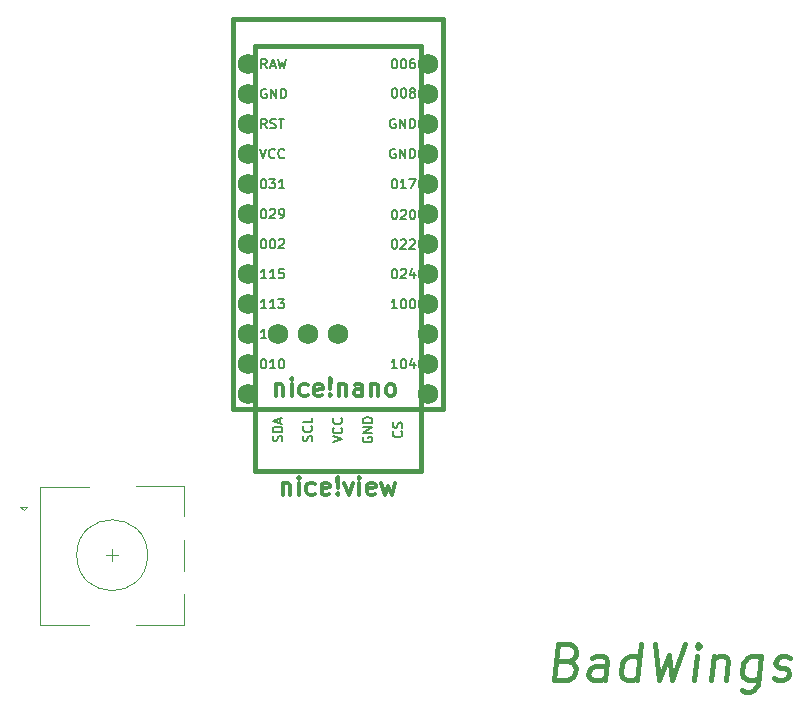
<source format=gbr>
%TF.GenerationSoftware,KiCad,Pcbnew,9.0.5*%
%TF.CreationDate,2025-11-08T17:14:02+10:00*%
%TF.ProjectId,badWingsRight,62616457-696e-4677-9352-696768742e6b,v1.0.0*%
%TF.SameCoordinates,Original*%
%TF.FileFunction,Legend,Top*%
%TF.FilePolarity,Positive*%
%FSLAX46Y46*%
G04 Gerber Fmt 4.6, Leading zero omitted, Abs format (unit mm)*
G04 Created by KiCad (PCBNEW 9.0.5) date 2025-11-08 17:14:02*
%MOMM*%
%LPD*%
G01*
G04 APERTURE LIST*
%ADD10C,0.400000*%
%ADD11C,0.150000*%
%ADD12C,0.300000*%
%ADD13C,0.120000*%
%ADD14C,0.381000*%
%ADD15C,1.752600*%
G04 APERTURE END LIST*
D10*
X257594504Y-175843325D02*
X258005218Y-175986182D01*
X258005218Y-175986182D02*
X258130218Y-176129039D01*
X258130218Y-176129039D02*
X258237361Y-176414754D01*
X258237361Y-176414754D02*
X258183789Y-176843325D01*
X258183789Y-176843325D02*
X258005218Y-177129039D01*
X258005218Y-177129039D02*
X257844504Y-177271897D01*
X257844504Y-177271897D02*
X257540932Y-177414754D01*
X257540932Y-177414754D02*
X256398075Y-177414754D01*
X256398075Y-177414754D02*
X256773075Y-174414754D01*
X256773075Y-174414754D02*
X257773075Y-174414754D01*
X257773075Y-174414754D02*
X258040932Y-174557611D01*
X258040932Y-174557611D02*
X258165932Y-174700468D01*
X258165932Y-174700468D02*
X258273075Y-174986182D01*
X258273075Y-174986182D02*
X258237361Y-175271897D01*
X258237361Y-175271897D02*
X258058789Y-175557611D01*
X258058789Y-175557611D02*
X257898075Y-175700468D01*
X257898075Y-175700468D02*
X257594504Y-175843325D01*
X257594504Y-175843325D02*
X256594504Y-175843325D01*
X260683789Y-177414754D02*
X260880218Y-175843325D01*
X260880218Y-175843325D02*
X260773075Y-175557611D01*
X260773075Y-175557611D02*
X260505218Y-175414754D01*
X260505218Y-175414754D02*
X259933789Y-175414754D01*
X259933789Y-175414754D02*
X259630218Y-175557611D01*
X260701647Y-177271897D02*
X260398075Y-177414754D01*
X260398075Y-177414754D02*
X259683789Y-177414754D01*
X259683789Y-177414754D02*
X259415932Y-177271897D01*
X259415932Y-177271897D02*
X259308789Y-176986182D01*
X259308789Y-176986182D02*
X259344504Y-176700468D01*
X259344504Y-176700468D02*
X259523075Y-176414754D01*
X259523075Y-176414754D02*
X259826647Y-176271897D01*
X259826647Y-176271897D02*
X260540932Y-176271897D01*
X260540932Y-176271897D02*
X260844504Y-176129039D01*
X263398075Y-177414754D02*
X263773075Y-174414754D01*
X263415933Y-177271897D02*
X263112361Y-177414754D01*
X263112361Y-177414754D02*
X262540933Y-177414754D01*
X262540933Y-177414754D02*
X262273075Y-177271897D01*
X262273075Y-177271897D02*
X262148075Y-177129039D01*
X262148075Y-177129039D02*
X262040933Y-176843325D01*
X262040933Y-176843325D02*
X262148075Y-175986182D01*
X262148075Y-175986182D02*
X262326647Y-175700468D01*
X262326647Y-175700468D02*
X262487361Y-175557611D01*
X262487361Y-175557611D02*
X262790933Y-175414754D01*
X262790933Y-175414754D02*
X263362361Y-175414754D01*
X263362361Y-175414754D02*
X263630218Y-175557611D01*
X264915933Y-174414754D02*
X265255219Y-177414754D01*
X265255219Y-177414754D02*
X266094504Y-175271897D01*
X266094504Y-175271897D02*
X266398076Y-177414754D01*
X266398076Y-177414754D02*
X267487361Y-174414754D01*
X268255218Y-177414754D02*
X268505218Y-175414754D01*
X268630218Y-174414754D02*
X268469504Y-174557611D01*
X268469504Y-174557611D02*
X268594504Y-174700468D01*
X268594504Y-174700468D02*
X268755218Y-174557611D01*
X268755218Y-174557611D02*
X268630218Y-174414754D01*
X268630218Y-174414754D02*
X268594504Y-174700468D01*
X269933789Y-175414754D02*
X269683789Y-177414754D01*
X269898075Y-175700468D02*
X270058789Y-175557611D01*
X270058789Y-175557611D02*
X270362361Y-175414754D01*
X270362361Y-175414754D02*
X270790932Y-175414754D01*
X270790932Y-175414754D02*
X271058789Y-175557611D01*
X271058789Y-175557611D02*
X271165932Y-175843325D01*
X271165932Y-175843325D02*
X270969503Y-177414754D01*
X273933789Y-175414754D02*
X273630218Y-177843325D01*
X273630218Y-177843325D02*
X273451647Y-178129039D01*
X273451647Y-178129039D02*
X273290932Y-178271897D01*
X273290932Y-178271897D02*
X272987361Y-178414754D01*
X272987361Y-178414754D02*
X272558789Y-178414754D01*
X272558789Y-178414754D02*
X272290932Y-178271897D01*
X273701647Y-177271897D02*
X273398075Y-177414754D01*
X273398075Y-177414754D02*
X272826647Y-177414754D01*
X272826647Y-177414754D02*
X272558789Y-177271897D01*
X272558789Y-177271897D02*
X272433789Y-177129039D01*
X272433789Y-177129039D02*
X272326647Y-176843325D01*
X272326647Y-176843325D02*
X272433789Y-175986182D01*
X272433789Y-175986182D02*
X272612361Y-175700468D01*
X272612361Y-175700468D02*
X272773075Y-175557611D01*
X272773075Y-175557611D02*
X273076647Y-175414754D01*
X273076647Y-175414754D02*
X273648075Y-175414754D01*
X273648075Y-175414754D02*
X273915932Y-175557611D01*
X274987361Y-177271897D02*
X275255218Y-177414754D01*
X275255218Y-177414754D02*
X275826647Y-177414754D01*
X275826647Y-177414754D02*
X276130218Y-177271897D01*
X276130218Y-177271897D02*
X276308790Y-176986182D01*
X276308790Y-176986182D02*
X276326647Y-176843325D01*
X276326647Y-176843325D02*
X276219504Y-176557611D01*
X276219504Y-176557611D02*
X275951647Y-176414754D01*
X275951647Y-176414754D02*
X275523075Y-176414754D01*
X275523075Y-176414754D02*
X275255218Y-176271897D01*
X275255218Y-176271897D02*
X275148075Y-175986182D01*
X275148075Y-175986182D02*
X275165933Y-175843325D01*
X275165933Y-175843325D02*
X275344504Y-175557611D01*
X275344504Y-175557611D02*
X275648075Y-175414754D01*
X275648075Y-175414754D02*
X276076647Y-175414754D01*
X276076647Y-175414754D02*
X276344504Y-175557611D01*
D11*
X233351872Y-157219143D02*
X233389967Y-157104857D01*
X233389967Y-157104857D02*
X233389967Y-156914381D01*
X233389967Y-156914381D02*
X233351872Y-156838190D01*
X233351872Y-156838190D02*
X233313776Y-156800095D01*
X233313776Y-156800095D02*
X233237586Y-156762000D01*
X233237586Y-156762000D02*
X233161395Y-156762000D01*
X233161395Y-156762000D02*
X233085205Y-156800095D01*
X233085205Y-156800095D02*
X233047110Y-156838190D01*
X233047110Y-156838190D02*
X233009014Y-156914381D01*
X233009014Y-156914381D02*
X232970919Y-157066762D01*
X232970919Y-157066762D02*
X232932824Y-157142952D01*
X232932824Y-157142952D02*
X232894729Y-157181047D01*
X232894729Y-157181047D02*
X232818538Y-157219143D01*
X232818538Y-157219143D02*
X232742348Y-157219143D01*
X232742348Y-157219143D02*
X232666157Y-157181047D01*
X232666157Y-157181047D02*
X232628062Y-157142952D01*
X232628062Y-157142952D02*
X232589967Y-157066762D01*
X232589967Y-157066762D02*
X232589967Y-156876285D01*
X232589967Y-156876285D02*
X232628062Y-156762000D01*
X233389967Y-156419142D02*
X232589967Y-156419142D01*
X232589967Y-156419142D02*
X232589967Y-156228666D01*
X232589967Y-156228666D02*
X232628062Y-156114380D01*
X232628062Y-156114380D02*
X232704252Y-156038190D01*
X232704252Y-156038190D02*
X232780443Y-156000095D01*
X232780443Y-156000095D02*
X232932824Y-155961999D01*
X232932824Y-155961999D02*
X233047110Y-155961999D01*
X233047110Y-155961999D02*
X233199491Y-156000095D01*
X233199491Y-156000095D02*
X233275681Y-156038190D01*
X233275681Y-156038190D02*
X233351872Y-156114380D01*
X233351872Y-156114380D02*
X233389967Y-156228666D01*
X233389967Y-156228666D02*
X233389967Y-156419142D01*
X233161395Y-155657238D02*
X233161395Y-155276285D01*
X233389967Y-155733428D02*
X232589967Y-155466761D01*
X232589967Y-155466761D02*
X233389967Y-155200095D01*
D12*
X233429103Y-160726043D02*
X233429103Y-161726043D01*
X233429103Y-160868900D02*
X233500532Y-160797472D01*
X233500532Y-160797472D02*
X233643389Y-160726043D01*
X233643389Y-160726043D02*
X233857675Y-160726043D01*
X233857675Y-160726043D02*
X234000532Y-160797472D01*
X234000532Y-160797472D02*
X234071961Y-160940329D01*
X234071961Y-160940329D02*
X234071961Y-161726043D01*
X234786246Y-161726043D02*
X234786246Y-160726043D01*
X234786246Y-160226043D02*
X234714818Y-160297472D01*
X234714818Y-160297472D02*
X234786246Y-160368900D01*
X234786246Y-160368900D02*
X234857675Y-160297472D01*
X234857675Y-160297472D02*
X234786246Y-160226043D01*
X234786246Y-160226043D02*
X234786246Y-160368900D01*
X236143390Y-161654615D02*
X236000532Y-161726043D01*
X236000532Y-161726043D02*
X235714818Y-161726043D01*
X235714818Y-161726043D02*
X235571961Y-161654615D01*
X235571961Y-161654615D02*
X235500532Y-161583186D01*
X235500532Y-161583186D02*
X235429104Y-161440329D01*
X235429104Y-161440329D02*
X235429104Y-161011757D01*
X235429104Y-161011757D02*
X235500532Y-160868900D01*
X235500532Y-160868900D02*
X235571961Y-160797472D01*
X235571961Y-160797472D02*
X235714818Y-160726043D01*
X235714818Y-160726043D02*
X236000532Y-160726043D01*
X236000532Y-160726043D02*
X236143390Y-160797472D01*
X237357675Y-161654615D02*
X237214818Y-161726043D01*
X237214818Y-161726043D02*
X236929104Y-161726043D01*
X236929104Y-161726043D02*
X236786246Y-161654615D01*
X236786246Y-161654615D02*
X236714818Y-161511757D01*
X236714818Y-161511757D02*
X236714818Y-160940329D01*
X236714818Y-160940329D02*
X236786246Y-160797472D01*
X236786246Y-160797472D02*
X236929104Y-160726043D01*
X236929104Y-160726043D02*
X237214818Y-160726043D01*
X237214818Y-160726043D02*
X237357675Y-160797472D01*
X237357675Y-160797472D02*
X237429104Y-160940329D01*
X237429104Y-160940329D02*
X237429104Y-161083186D01*
X237429104Y-161083186D02*
X236714818Y-161226043D01*
X238071960Y-161583186D02*
X238143389Y-161654615D01*
X238143389Y-161654615D02*
X238071960Y-161726043D01*
X238071960Y-161726043D02*
X238000532Y-161654615D01*
X238000532Y-161654615D02*
X238071960Y-161583186D01*
X238071960Y-161583186D02*
X238071960Y-161726043D01*
X238071960Y-161154615D02*
X238000532Y-160297472D01*
X238000532Y-160297472D02*
X238071960Y-160226043D01*
X238071960Y-160226043D02*
X238143389Y-160297472D01*
X238143389Y-160297472D02*
X238071960Y-161154615D01*
X238071960Y-161154615D02*
X238071960Y-160226043D01*
X238643389Y-160726043D02*
X239000532Y-161726043D01*
X239000532Y-161726043D02*
X239357675Y-160726043D01*
X239929103Y-161726043D02*
X239929103Y-160726043D01*
X239929103Y-160226043D02*
X239857675Y-160297472D01*
X239857675Y-160297472D02*
X239929103Y-160368900D01*
X239929103Y-160368900D02*
X240000532Y-160297472D01*
X240000532Y-160297472D02*
X239929103Y-160226043D01*
X239929103Y-160226043D02*
X239929103Y-160368900D01*
X241214818Y-161654615D02*
X241071961Y-161726043D01*
X241071961Y-161726043D02*
X240786247Y-161726043D01*
X240786247Y-161726043D02*
X240643389Y-161654615D01*
X240643389Y-161654615D02*
X240571961Y-161511757D01*
X240571961Y-161511757D02*
X240571961Y-160940329D01*
X240571961Y-160940329D02*
X240643389Y-160797472D01*
X240643389Y-160797472D02*
X240786247Y-160726043D01*
X240786247Y-160726043D02*
X241071961Y-160726043D01*
X241071961Y-160726043D02*
X241214818Y-160797472D01*
X241214818Y-160797472D02*
X241286247Y-160940329D01*
X241286247Y-160940329D02*
X241286247Y-161083186D01*
X241286247Y-161083186D02*
X240571961Y-161226043D01*
X241786246Y-160726043D02*
X242071961Y-161726043D01*
X242071961Y-161726043D02*
X242357675Y-161011757D01*
X242357675Y-161011757D02*
X242643389Y-161726043D01*
X242643389Y-161726043D02*
X242929103Y-160726043D01*
D11*
X243473779Y-156381047D02*
X243511875Y-156419143D01*
X243511875Y-156419143D02*
X243549970Y-156533428D01*
X243549970Y-156533428D02*
X243549970Y-156609619D01*
X243549970Y-156609619D02*
X243511875Y-156723905D01*
X243511875Y-156723905D02*
X243435684Y-156800095D01*
X243435684Y-156800095D02*
X243359494Y-156838190D01*
X243359494Y-156838190D02*
X243207113Y-156876286D01*
X243207113Y-156876286D02*
X243092827Y-156876286D01*
X243092827Y-156876286D02*
X242940446Y-156838190D01*
X242940446Y-156838190D02*
X242864255Y-156800095D01*
X242864255Y-156800095D02*
X242788065Y-156723905D01*
X242788065Y-156723905D02*
X242749970Y-156609619D01*
X242749970Y-156609619D02*
X242749970Y-156533428D01*
X242749970Y-156533428D02*
X242788065Y-156419143D01*
X242788065Y-156419143D02*
X242826160Y-156381047D01*
X243511875Y-156076286D02*
X243549970Y-155962000D01*
X243549970Y-155962000D02*
X243549970Y-155771524D01*
X243549970Y-155771524D02*
X243511875Y-155695333D01*
X243511875Y-155695333D02*
X243473779Y-155657238D01*
X243473779Y-155657238D02*
X243397589Y-155619143D01*
X243397589Y-155619143D02*
X243321398Y-155619143D01*
X243321398Y-155619143D02*
X243245208Y-155657238D01*
X243245208Y-155657238D02*
X243207113Y-155695333D01*
X243207113Y-155695333D02*
X243169017Y-155771524D01*
X243169017Y-155771524D02*
X243130922Y-155923905D01*
X243130922Y-155923905D02*
X243092827Y-156000095D01*
X243092827Y-156000095D02*
X243054732Y-156038190D01*
X243054732Y-156038190D02*
X242978541Y-156076286D01*
X242978541Y-156076286D02*
X242902351Y-156076286D01*
X242902351Y-156076286D02*
X242826160Y-156038190D01*
X242826160Y-156038190D02*
X242788065Y-156000095D01*
X242788065Y-156000095D02*
X242749970Y-155923905D01*
X242749970Y-155923905D02*
X242749970Y-155733428D01*
X242749970Y-155733428D02*
X242788065Y-155619143D01*
X235891875Y-157200096D02*
X235929970Y-157085810D01*
X235929970Y-157085810D02*
X235929970Y-156895334D01*
X235929970Y-156895334D02*
X235891875Y-156819143D01*
X235891875Y-156819143D02*
X235853779Y-156781048D01*
X235853779Y-156781048D02*
X235777589Y-156742953D01*
X235777589Y-156742953D02*
X235701398Y-156742953D01*
X235701398Y-156742953D02*
X235625208Y-156781048D01*
X235625208Y-156781048D02*
X235587113Y-156819143D01*
X235587113Y-156819143D02*
X235549017Y-156895334D01*
X235549017Y-156895334D02*
X235510922Y-157047715D01*
X235510922Y-157047715D02*
X235472827Y-157123905D01*
X235472827Y-157123905D02*
X235434732Y-157162000D01*
X235434732Y-157162000D02*
X235358541Y-157200096D01*
X235358541Y-157200096D02*
X235282351Y-157200096D01*
X235282351Y-157200096D02*
X235206160Y-157162000D01*
X235206160Y-157162000D02*
X235168065Y-157123905D01*
X235168065Y-157123905D02*
X235129970Y-157047715D01*
X235129970Y-157047715D02*
X235129970Y-156857238D01*
X235129970Y-156857238D02*
X235168065Y-156742953D01*
X235853779Y-155942952D02*
X235891875Y-155981048D01*
X235891875Y-155981048D02*
X235929970Y-156095333D01*
X235929970Y-156095333D02*
X235929970Y-156171524D01*
X235929970Y-156171524D02*
X235891875Y-156285810D01*
X235891875Y-156285810D02*
X235815684Y-156362000D01*
X235815684Y-156362000D02*
X235739494Y-156400095D01*
X235739494Y-156400095D02*
X235587113Y-156438191D01*
X235587113Y-156438191D02*
X235472827Y-156438191D01*
X235472827Y-156438191D02*
X235320446Y-156400095D01*
X235320446Y-156400095D02*
X235244255Y-156362000D01*
X235244255Y-156362000D02*
X235168065Y-156285810D01*
X235168065Y-156285810D02*
X235129970Y-156171524D01*
X235129970Y-156171524D02*
X235129970Y-156095333D01*
X235129970Y-156095333D02*
X235168065Y-155981048D01*
X235168065Y-155981048D02*
X235206160Y-155942952D01*
X235929970Y-155219143D02*
X235929970Y-155600095D01*
X235929970Y-155600095D02*
X235129970Y-155600095D01*
X240248065Y-156857238D02*
X240209970Y-156933428D01*
X240209970Y-156933428D02*
X240209970Y-157047714D01*
X240209970Y-157047714D02*
X240248065Y-157162000D01*
X240248065Y-157162000D02*
X240324255Y-157238190D01*
X240324255Y-157238190D02*
X240400446Y-157276285D01*
X240400446Y-157276285D02*
X240552827Y-157314381D01*
X240552827Y-157314381D02*
X240667113Y-157314381D01*
X240667113Y-157314381D02*
X240819494Y-157276285D01*
X240819494Y-157276285D02*
X240895684Y-157238190D01*
X240895684Y-157238190D02*
X240971875Y-157162000D01*
X240971875Y-157162000D02*
X241009970Y-157047714D01*
X241009970Y-157047714D02*
X241009970Y-156971523D01*
X241009970Y-156971523D02*
X240971875Y-156857238D01*
X240971875Y-156857238D02*
X240933779Y-156819142D01*
X240933779Y-156819142D02*
X240667113Y-156819142D01*
X240667113Y-156819142D02*
X240667113Y-156971523D01*
X241009970Y-156476285D02*
X240209970Y-156476285D01*
X240209970Y-156476285D02*
X241009970Y-156019142D01*
X241009970Y-156019142D02*
X240209970Y-156019142D01*
X241009970Y-155638190D02*
X240209970Y-155638190D01*
X240209970Y-155638190D02*
X240209970Y-155447714D01*
X240209970Y-155447714D02*
X240248065Y-155333428D01*
X240248065Y-155333428D02*
X240324255Y-155257238D01*
X240324255Y-155257238D02*
X240400446Y-155219143D01*
X240400446Y-155219143D02*
X240552827Y-155181047D01*
X240552827Y-155181047D02*
X240667113Y-155181047D01*
X240667113Y-155181047D02*
X240819494Y-155219143D01*
X240819494Y-155219143D02*
X240895684Y-155257238D01*
X240895684Y-155257238D02*
X240971875Y-155333428D01*
X240971875Y-155333428D02*
X241009970Y-155447714D01*
X241009970Y-155447714D02*
X241009970Y-155638190D01*
X237669970Y-157314381D02*
X238469970Y-157047714D01*
X238469970Y-157047714D02*
X237669970Y-156781048D01*
X238393779Y-156057238D02*
X238431875Y-156095334D01*
X238431875Y-156095334D02*
X238469970Y-156209619D01*
X238469970Y-156209619D02*
X238469970Y-156285810D01*
X238469970Y-156285810D02*
X238431875Y-156400096D01*
X238431875Y-156400096D02*
X238355684Y-156476286D01*
X238355684Y-156476286D02*
X238279494Y-156514381D01*
X238279494Y-156514381D02*
X238127113Y-156552477D01*
X238127113Y-156552477D02*
X238012827Y-156552477D01*
X238012827Y-156552477D02*
X237860446Y-156514381D01*
X237860446Y-156514381D02*
X237784255Y-156476286D01*
X237784255Y-156476286D02*
X237708065Y-156400096D01*
X237708065Y-156400096D02*
X237669970Y-156285810D01*
X237669970Y-156285810D02*
X237669970Y-156209619D01*
X237669970Y-156209619D02*
X237708065Y-156095334D01*
X237708065Y-156095334D02*
X237746160Y-156057238D01*
X238393779Y-155257238D02*
X238431875Y-155295334D01*
X238431875Y-155295334D02*
X238469970Y-155409619D01*
X238469970Y-155409619D02*
X238469970Y-155485810D01*
X238469970Y-155485810D02*
X238431875Y-155600096D01*
X238431875Y-155600096D02*
X238355684Y-155676286D01*
X238355684Y-155676286D02*
X238279494Y-155714381D01*
X238279494Y-155714381D02*
X238127113Y-155752477D01*
X238127113Y-155752477D02*
X238012827Y-155752477D01*
X238012827Y-155752477D02*
X237860446Y-155714381D01*
X237860446Y-155714381D02*
X237784255Y-155676286D01*
X237784255Y-155676286D02*
X237708065Y-155600096D01*
X237708065Y-155600096D02*
X237669970Y-155485810D01*
X237669970Y-155485810D02*
X237669970Y-155409619D01*
X237669970Y-155409619D02*
X237708065Y-155295334D01*
X237708065Y-155295334D02*
X237746160Y-155257238D01*
X231770484Y-150240008D02*
X231846674Y-150240008D01*
X231846674Y-150240008D02*
X231922865Y-150278103D01*
X231922865Y-150278103D02*
X231960960Y-150316198D01*
X231960960Y-150316198D02*
X231999055Y-150392389D01*
X231999055Y-150392389D02*
X232037150Y-150544770D01*
X232037150Y-150544770D02*
X232037150Y-150735246D01*
X232037150Y-150735246D02*
X231999055Y-150887627D01*
X231999055Y-150887627D02*
X231960960Y-150963817D01*
X231960960Y-150963817D02*
X231922865Y-151001913D01*
X231922865Y-151001913D02*
X231846674Y-151040008D01*
X231846674Y-151040008D02*
X231770484Y-151040008D01*
X231770484Y-151040008D02*
X231694293Y-151001913D01*
X231694293Y-151001913D02*
X231656198Y-150963817D01*
X231656198Y-150963817D02*
X231618103Y-150887627D01*
X231618103Y-150887627D02*
X231580007Y-150735246D01*
X231580007Y-150735246D02*
X231580007Y-150544770D01*
X231580007Y-150544770D02*
X231618103Y-150392389D01*
X231618103Y-150392389D02*
X231656198Y-150316198D01*
X231656198Y-150316198D02*
X231694293Y-150278103D01*
X231694293Y-150278103D02*
X231770484Y-150240008D01*
X232799055Y-151040008D02*
X232341912Y-151040008D01*
X232570484Y-151040008D02*
X232570484Y-150240008D01*
X232570484Y-150240008D02*
X232494293Y-150354293D01*
X232494293Y-150354293D02*
X232418103Y-150430484D01*
X232418103Y-150430484D02*
X232341912Y-150468579D01*
X233294294Y-150240008D02*
X233370484Y-150240008D01*
X233370484Y-150240008D02*
X233446675Y-150278103D01*
X233446675Y-150278103D02*
X233484770Y-150316198D01*
X233484770Y-150316198D02*
X233522865Y-150392389D01*
X233522865Y-150392389D02*
X233560960Y-150544770D01*
X233560960Y-150544770D02*
X233560960Y-150735246D01*
X233560960Y-150735246D02*
X233522865Y-150887627D01*
X233522865Y-150887627D02*
X233484770Y-150963817D01*
X233484770Y-150963817D02*
X233446675Y-151001913D01*
X233446675Y-151001913D02*
X233370484Y-151040008D01*
X233370484Y-151040008D02*
X233294294Y-151040008D01*
X233294294Y-151040008D02*
X233218103Y-151001913D01*
X233218103Y-151001913D02*
X233180008Y-150963817D01*
X233180008Y-150963817D02*
X233141913Y-150887627D01*
X233141913Y-150887627D02*
X233103817Y-150735246D01*
X233103817Y-150735246D02*
X233103817Y-150544770D01*
X233103817Y-150544770D02*
X233141913Y-150392389D01*
X233141913Y-150392389D02*
X233180008Y-150316198D01*
X233180008Y-150316198D02*
X233218103Y-150278103D01*
X233218103Y-150278103D02*
X233294294Y-150240008D01*
X243111538Y-145960006D02*
X242654395Y-145960006D01*
X242882967Y-145960006D02*
X242882967Y-145160006D01*
X242882967Y-145160006D02*
X242806776Y-145274291D01*
X242806776Y-145274291D02*
X242730586Y-145350482D01*
X242730586Y-145350482D02*
X242654395Y-145388577D01*
X243606777Y-145160006D02*
X243682967Y-145160006D01*
X243682967Y-145160006D02*
X243759158Y-145198101D01*
X243759158Y-145198101D02*
X243797253Y-145236196D01*
X243797253Y-145236196D02*
X243835348Y-145312387D01*
X243835348Y-145312387D02*
X243873443Y-145464768D01*
X243873443Y-145464768D02*
X243873443Y-145655244D01*
X243873443Y-145655244D02*
X243835348Y-145807625D01*
X243835348Y-145807625D02*
X243797253Y-145883815D01*
X243797253Y-145883815D02*
X243759158Y-145921911D01*
X243759158Y-145921911D02*
X243682967Y-145960006D01*
X243682967Y-145960006D02*
X243606777Y-145960006D01*
X243606777Y-145960006D02*
X243530586Y-145921911D01*
X243530586Y-145921911D02*
X243492491Y-145883815D01*
X243492491Y-145883815D02*
X243454396Y-145807625D01*
X243454396Y-145807625D02*
X243416300Y-145655244D01*
X243416300Y-145655244D02*
X243416300Y-145464768D01*
X243416300Y-145464768D02*
X243454396Y-145312387D01*
X243454396Y-145312387D02*
X243492491Y-145236196D01*
X243492491Y-145236196D02*
X243530586Y-145198101D01*
X243530586Y-145198101D02*
X243606777Y-145160006D01*
X244368682Y-145160006D02*
X244444872Y-145160006D01*
X244444872Y-145160006D02*
X244521063Y-145198101D01*
X244521063Y-145198101D02*
X244559158Y-145236196D01*
X244559158Y-145236196D02*
X244597253Y-145312387D01*
X244597253Y-145312387D02*
X244635348Y-145464768D01*
X244635348Y-145464768D02*
X244635348Y-145655244D01*
X244635348Y-145655244D02*
X244597253Y-145807625D01*
X244597253Y-145807625D02*
X244559158Y-145883815D01*
X244559158Y-145883815D02*
X244521063Y-145921911D01*
X244521063Y-145921911D02*
X244444872Y-145960006D01*
X244444872Y-145960006D02*
X244368682Y-145960006D01*
X244368682Y-145960006D02*
X244292491Y-145921911D01*
X244292491Y-145921911D02*
X244254396Y-145883815D01*
X244254396Y-145883815D02*
X244216301Y-145807625D01*
X244216301Y-145807625D02*
X244178205Y-145655244D01*
X244178205Y-145655244D02*
X244178205Y-145464768D01*
X244178205Y-145464768D02*
X244216301Y-145312387D01*
X244216301Y-145312387D02*
X244254396Y-145236196D01*
X244254396Y-145236196D02*
X244292491Y-145198101D01*
X244292491Y-145198101D02*
X244368682Y-145160006D01*
X232081580Y-130720006D02*
X231814913Y-130339053D01*
X231624437Y-130720006D02*
X231624437Y-129920006D01*
X231624437Y-129920006D02*
X231929199Y-129920006D01*
X231929199Y-129920006D02*
X232005389Y-129958101D01*
X232005389Y-129958101D02*
X232043484Y-129996196D01*
X232043484Y-129996196D02*
X232081580Y-130072387D01*
X232081580Y-130072387D02*
X232081580Y-130186672D01*
X232081580Y-130186672D02*
X232043484Y-130262863D01*
X232043484Y-130262863D02*
X232005389Y-130300958D01*
X232005389Y-130300958D02*
X231929199Y-130339053D01*
X231929199Y-130339053D02*
X231624437Y-130339053D01*
X232386341Y-130681911D02*
X232500627Y-130720006D01*
X232500627Y-130720006D02*
X232691103Y-130720006D01*
X232691103Y-130720006D02*
X232767294Y-130681911D01*
X232767294Y-130681911D02*
X232805389Y-130643815D01*
X232805389Y-130643815D02*
X232843484Y-130567625D01*
X232843484Y-130567625D02*
X232843484Y-130491434D01*
X232843484Y-130491434D02*
X232805389Y-130415244D01*
X232805389Y-130415244D02*
X232767294Y-130377149D01*
X232767294Y-130377149D02*
X232691103Y-130339053D01*
X232691103Y-130339053D02*
X232538722Y-130300958D01*
X232538722Y-130300958D02*
X232462532Y-130262863D01*
X232462532Y-130262863D02*
X232424437Y-130224768D01*
X232424437Y-130224768D02*
X232386341Y-130148577D01*
X232386341Y-130148577D02*
X232386341Y-130072387D01*
X232386341Y-130072387D02*
X232424437Y-129996196D01*
X232424437Y-129996196D02*
X232462532Y-129958101D01*
X232462532Y-129958101D02*
X232538722Y-129920006D01*
X232538722Y-129920006D02*
X232729199Y-129920006D01*
X232729199Y-129920006D02*
X232843484Y-129958101D01*
X233072056Y-129920006D02*
X233529199Y-129920006D01*
X233300627Y-130720006D02*
X233300627Y-129920006D01*
X231770484Y-140080009D02*
X231846674Y-140080009D01*
X231846674Y-140080009D02*
X231922865Y-140118104D01*
X231922865Y-140118104D02*
X231960960Y-140156199D01*
X231960960Y-140156199D02*
X231999055Y-140232390D01*
X231999055Y-140232390D02*
X232037150Y-140384771D01*
X232037150Y-140384771D02*
X232037150Y-140575247D01*
X232037150Y-140575247D02*
X231999055Y-140727628D01*
X231999055Y-140727628D02*
X231960960Y-140803818D01*
X231960960Y-140803818D02*
X231922865Y-140841914D01*
X231922865Y-140841914D02*
X231846674Y-140880009D01*
X231846674Y-140880009D02*
X231770484Y-140880009D01*
X231770484Y-140880009D02*
X231694293Y-140841914D01*
X231694293Y-140841914D02*
X231656198Y-140803818D01*
X231656198Y-140803818D02*
X231618103Y-140727628D01*
X231618103Y-140727628D02*
X231580007Y-140575247D01*
X231580007Y-140575247D02*
X231580007Y-140384771D01*
X231580007Y-140384771D02*
X231618103Y-140232390D01*
X231618103Y-140232390D02*
X231656198Y-140156199D01*
X231656198Y-140156199D02*
X231694293Y-140118104D01*
X231694293Y-140118104D02*
X231770484Y-140080009D01*
X232532389Y-140080009D02*
X232608579Y-140080009D01*
X232608579Y-140080009D02*
X232684770Y-140118104D01*
X232684770Y-140118104D02*
X232722865Y-140156199D01*
X232722865Y-140156199D02*
X232760960Y-140232390D01*
X232760960Y-140232390D02*
X232799055Y-140384771D01*
X232799055Y-140384771D02*
X232799055Y-140575247D01*
X232799055Y-140575247D02*
X232760960Y-140727628D01*
X232760960Y-140727628D02*
X232722865Y-140803818D01*
X232722865Y-140803818D02*
X232684770Y-140841914D01*
X232684770Y-140841914D02*
X232608579Y-140880009D01*
X232608579Y-140880009D02*
X232532389Y-140880009D01*
X232532389Y-140880009D02*
X232456198Y-140841914D01*
X232456198Y-140841914D02*
X232418103Y-140803818D01*
X232418103Y-140803818D02*
X232380008Y-140727628D01*
X232380008Y-140727628D02*
X232341912Y-140575247D01*
X232341912Y-140575247D02*
X232341912Y-140384771D01*
X232341912Y-140384771D02*
X232380008Y-140232390D01*
X232380008Y-140232390D02*
X232418103Y-140156199D01*
X232418103Y-140156199D02*
X232456198Y-140118104D01*
X232456198Y-140118104D02*
X232532389Y-140080009D01*
X233103817Y-140156199D02*
X233141913Y-140118104D01*
X233141913Y-140118104D02*
X233218103Y-140080009D01*
X233218103Y-140080009D02*
X233408579Y-140080009D01*
X233408579Y-140080009D02*
X233484770Y-140118104D01*
X233484770Y-140118104D02*
X233522865Y-140156199D01*
X233522865Y-140156199D02*
X233560960Y-140232390D01*
X233560960Y-140232390D02*
X233560960Y-140308580D01*
X233560960Y-140308580D02*
X233522865Y-140422866D01*
X233522865Y-140422866D02*
X233065722Y-140880009D01*
X233065722Y-140880009D02*
X233560960Y-140880009D01*
X232037142Y-145960008D02*
X231579999Y-145960008D01*
X231808571Y-145960008D02*
X231808571Y-145160008D01*
X231808571Y-145160008D02*
X231732380Y-145274293D01*
X231732380Y-145274293D02*
X231656190Y-145350484D01*
X231656190Y-145350484D02*
X231579999Y-145388579D01*
X232799047Y-145960008D02*
X232341904Y-145960008D01*
X232570476Y-145960008D02*
X232570476Y-145160008D01*
X232570476Y-145160008D02*
X232494285Y-145274293D01*
X232494285Y-145274293D02*
X232418095Y-145350484D01*
X232418095Y-145350484D02*
X232341904Y-145388579D01*
X233065714Y-145160008D02*
X233560952Y-145160008D01*
X233560952Y-145160008D02*
X233294286Y-145464770D01*
X233294286Y-145464770D02*
X233408571Y-145464770D01*
X233408571Y-145464770D02*
X233484762Y-145502865D01*
X233484762Y-145502865D02*
X233522857Y-145540960D01*
X233522857Y-145540960D02*
X233560952Y-145617151D01*
X233560952Y-145617151D02*
X233560952Y-145807627D01*
X233560952Y-145807627D02*
X233522857Y-145883817D01*
X233522857Y-145883817D02*
X233484762Y-145921913D01*
X233484762Y-145921913D02*
X233408571Y-145960008D01*
X233408571Y-145960008D02*
X233180000Y-145960008D01*
X233180000Y-145960008D02*
X233103809Y-145921913D01*
X233103809Y-145921913D02*
X233065714Y-145883817D01*
X242844867Y-127310011D02*
X242921057Y-127310011D01*
X242921057Y-127310011D02*
X242997248Y-127348106D01*
X242997248Y-127348106D02*
X243035343Y-127386201D01*
X243035343Y-127386201D02*
X243073438Y-127462392D01*
X243073438Y-127462392D02*
X243111533Y-127614773D01*
X243111533Y-127614773D02*
X243111533Y-127805249D01*
X243111533Y-127805249D02*
X243073438Y-127957630D01*
X243073438Y-127957630D02*
X243035343Y-128033820D01*
X243035343Y-128033820D02*
X242997248Y-128071916D01*
X242997248Y-128071916D02*
X242921057Y-128110011D01*
X242921057Y-128110011D02*
X242844867Y-128110011D01*
X242844867Y-128110011D02*
X242768676Y-128071916D01*
X242768676Y-128071916D02*
X242730581Y-128033820D01*
X242730581Y-128033820D02*
X242692486Y-127957630D01*
X242692486Y-127957630D02*
X242654390Y-127805249D01*
X242654390Y-127805249D02*
X242654390Y-127614773D01*
X242654390Y-127614773D02*
X242692486Y-127462392D01*
X242692486Y-127462392D02*
X242730581Y-127386201D01*
X242730581Y-127386201D02*
X242768676Y-127348106D01*
X242768676Y-127348106D02*
X242844867Y-127310011D01*
X243606772Y-127310011D02*
X243682962Y-127310011D01*
X243682962Y-127310011D02*
X243759153Y-127348106D01*
X243759153Y-127348106D02*
X243797248Y-127386201D01*
X243797248Y-127386201D02*
X243835343Y-127462392D01*
X243835343Y-127462392D02*
X243873438Y-127614773D01*
X243873438Y-127614773D02*
X243873438Y-127805249D01*
X243873438Y-127805249D02*
X243835343Y-127957630D01*
X243835343Y-127957630D02*
X243797248Y-128033820D01*
X243797248Y-128033820D02*
X243759153Y-128071916D01*
X243759153Y-128071916D02*
X243682962Y-128110011D01*
X243682962Y-128110011D02*
X243606772Y-128110011D01*
X243606772Y-128110011D02*
X243530581Y-128071916D01*
X243530581Y-128071916D02*
X243492486Y-128033820D01*
X243492486Y-128033820D02*
X243454391Y-127957630D01*
X243454391Y-127957630D02*
X243416295Y-127805249D01*
X243416295Y-127805249D02*
X243416295Y-127614773D01*
X243416295Y-127614773D02*
X243454391Y-127462392D01*
X243454391Y-127462392D02*
X243492486Y-127386201D01*
X243492486Y-127386201D02*
X243530581Y-127348106D01*
X243530581Y-127348106D02*
X243606772Y-127310011D01*
X244330581Y-127652868D02*
X244254391Y-127614773D01*
X244254391Y-127614773D02*
X244216296Y-127576677D01*
X244216296Y-127576677D02*
X244178200Y-127500487D01*
X244178200Y-127500487D02*
X244178200Y-127462392D01*
X244178200Y-127462392D02*
X244216296Y-127386201D01*
X244216296Y-127386201D02*
X244254391Y-127348106D01*
X244254391Y-127348106D02*
X244330581Y-127310011D01*
X244330581Y-127310011D02*
X244482962Y-127310011D01*
X244482962Y-127310011D02*
X244559153Y-127348106D01*
X244559153Y-127348106D02*
X244597248Y-127386201D01*
X244597248Y-127386201D02*
X244635343Y-127462392D01*
X244635343Y-127462392D02*
X244635343Y-127500487D01*
X244635343Y-127500487D02*
X244597248Y-127576677D01*
X244597248Y-127576677D02*
X244559153Y-127614773D01*
X244559153Y-127614773D02*
X244482962Y-127652868D01*
X244482962Y-127652868D02*
X244330581Y-127652868D01*
X244330581Y-127652868D02*
X244254391Y-127690963D01*
X244254391Y-127690963D02*
X244216296Y-127729058D01*
X244216296Y-127729058D02*
X244178200Y-127805249D01*
X244178200Y-127805249D02*
X244178200Y-127957630D01*
X244178200Y-127957630D02*
X244216296Y-128033820D01*
X244216296Y-128033820D02*
X244254391Y-128071916D01*
X244254391Y-128071916D02*
X244330581Y-128110011D01*
X244330581Y-128110011D02*
X244482962Y-128110011D01*
X244482962Y-128110011D02*
X244559153Y-128071916D01*
X244559153Y-128071916D02*
X244597248Y-128033820D01*
X244597248Y-128033820D02*
X244635343Y-127957630D01*
X244635343Y-127957630D02*
X244635343Y-127805249D01*
X244635343Y-127805249D02*
X244597248Y-127729058D01*
X244597248Y-127729058D02*
X244559153Y-127690963D01*
X244559153Y-127690963D02*
X244482962Y-127652868D01*
X242844865Y-124840010D02*
X242921055Y-124840010D01*
X242921055Y-124840010D02*
X242997246Y-124878105D01*
X242997246Y-124878105D02*
X243035341Y-124916200D01*
X243035341Y-124916200D02*
X243073436Y-124992391D01*
X243073436Y-124992391D02*
X243111531Y-125144772D01*
X243111531Y-125144772D02*
X243111531Y-125335248D01*
X243111531Y-125335248D02*
X243073436Y-125487629D01*
X243073436Y-125487629D02*
X243035341Y-125563819D01*
X243035341Y-125563819D02*
X242997246Y-125601915D01*
X242997246Y-125601915D02*
X242921055Y-125640010D01*
X242921055Y-125640010D02*
X242844865Y-125640010D01*
X242844865Y-125640010D02*
X242768674Y-125601915D01*
X242768674Y-125601915D02*
X242730579Y-125563819D01*
X242730579Y-125563819D02*
X242692484Y-125487629D01*
X242692484Y-125487629D02*
X242654388Y-125335248D01*
X242654388Y-125335248D02*
X242654388Y-125144772D01*
X242654388Y-125144772D02*
X242692484Y-124992391D01*
X242692484Y-124992391D02*
X242730579Y-124916200D01*
X242730579Y-124916200D02*
X242768674Y-124878105D01*
X242768674Y-124878105D02*
X242844865Y-124840010D01*
X243606770Y-124840010D02*
X243682960Y-124840010D01*
X243682960Y-124840010D02*
X243759151Y-124878105D01*
X243759151Y-124878105D02*
X243797246Y-124916200D01*
X243797246Y-124916200D02*
X243835341Y-124992391D01*
X243835341Y-124992391D02*
X243873436Y-125144772D01*
X243873436Y-125144772D02*
X243873436Y-125335248D01*
X243873436Y-125335248D02*
X243835341Y-125487629D01*
X243835341Y-125487629D02*
X243797246Y-125563819D01*
X243797246Y-125563819D02*
X243759151Y-125601915D01*
X243759151Y-125601915D02*
X243682960Y-125640010D01*
X243682960Y-125640010D02*
X243606770Y-125640010D01*
X243606770Y-125640010D02*
X243530579Y-125601915D01*
X243530579Y-125601915D02*
X243492484Y-125563819D01*
X243492484Y-125563819D02*
X243454389Y-125487629D01*
X243454389Y-125487629D02*
X243416293Y-125335248D01*
X243416293Y-125335248D02*
X243416293Y-125144772D01*
X243416293Y-125144772D02*
X243454389Y-124992391D01*
X243454389Y-124992391D02*
X243492484Y-124916200D01*
X243492484Y-124916200D02*
X243530579Y-124878105D01*
X243530579Y-124878105D02*
X243606770Y-124840010D01*
X244559151Y-124840010D02*
X244406770Y-124840010D01*
X244406770Y-124840010D02*
X244330579Y-124878105D01*
X244330579Y-124878105D02*
X244292484Y-124916200D01*
X244292484Y-124916200D02*
X244216294Y-125030486D01*
X244216294Y-125030486D02*
X244178198Y-125182867D01*
X244178198Y-125182867D02*
X244178198Y-125487629D01*
X244178198Y-125487629D02*
X244216294Y-125563819D01*
X244216294Y-125563819D02*
X244254389Y-125601915D01*
X244254389Y-125601915D02*
X244330579Y-125640010D01*
X244330579Y-125640010D02*
X244482960Y-125640010D01*
X244482960Y-125640010D02*
X244559151Y-125601915D01*
X244559151Y-125601915D02*
X244597246Y-125563819D01*
X244597246Y-125563819D02*
X244635341Y-125487629D01*
X244635341Y-125487629D02*
X244635341Y-125297153D01*
X244635341Y-125297153D02*
X244597246Y-125220962D01*
X244597246Y-125220962D02*
X244559151Y-125182867D01*
X244559151Y-125182867D02*
X244482960Y-125144772D01*
X244482960Y-125144772D02*
X244330579Y-125144772D01*
X244330579Y-125144772D02*
X244254389Y-125182867D01*
X244254389Y-125182867D02*
X244216294Y-125220962D01*
X244216294Y-125220962D02*
X244178198Y-125297153D01*
X242959151Y-132498103D02*
X242882961Y-132460008D01*
X242882961Y-132460008D02*
X242768675Y-132460008D01*
X242768675Y-132460008D02*
X242654389Y-132498103D01*
X242654389Y-132498103D02*
X242578199Y-132574293D01*
X242578199Y-132574293D02*
X242540104Y-132650484D01*
X242540104Y-132650484D02*
X242502008Y-132802865D01*
X242502008Y-132802865D02*
X242502008Y-132917151D01*
X242502008Y-132917151D02*
X242540104Y-133069532D01*
X242540104Y-133069532D02*
X242578199Y-133145722D01*
X242578199Y-133145722D02*
X242654389Y-133221913D01*
X242654389Y-133221913D02*
X242768675Y-133260008D01*
X242768675Y-133260008D02*
X242844866Y-133260008D01*
X242844866Y-133260008D02*
X242959151Y-133221913D01*
X242959151Y-133221913D02*
X242997247Y-133183817D01*
X242997247Y-133183817D02*
X242997247Y-132917151D01*
X242997247Y-132917151D02*
X242844866Y-132917151D01*
X243340104Y-133260008D02*
X243340104Y-132460008D01*
X243340104Y-132460008D02*
X243797247Y-133260008D01*
X243797247Y-133260008D02*
X243797247Y-132460008D01*
X244178199Y-133260008D02*
X244178199Y-132460008D01*
X244178199Y-132460008D02*
X244368675Y-132460008D01*
X244368675Y-132460008D02*
X244482961Y-132498103D01*
X244482961Y-132498103D02*
X244559151Y-132574293D01*
X244559151Y-132574293D02*
X244597246Y-132650484D01*
X244597246Y-132650484D02*
X244635342Y-132802865D01*
X244635342Y-132802865D02*
X244635342Y-132917151D01*
X244635342Y-132917151D02*
X244597246Y-133069532D01*
X244597246Y-133069532D02*
X244559151Y-133145722D01*
X244559151Y-133145722D02*
X244482961Y-133221913D01*
X244482961Y-133221913D02*
X244368675Y-133260008D01*
X244368675Y-133260008D02*
X244178199Y-133260008D01*
X242844867Y-137610009D02*
X242921057Y-137610009D01*
X242921057Y-137610009D02*
X242997248Y-137648104D01*
X242997248Y-137648104D02*
X243035343Y-137686199D01*
X243035343Y-137686199D02*
X243073438Y-137762390D01*
X243073438Y-137762390D02*
X243111533Y-137914771D01*
X243111533Y-137914771D02*
X243111533Y-138105247D01*
X243111533Y-138105247D02*
X243073438Y-138257628D01*
X243073438Y-138257628D02*
X243035343Y-138333818D01*
X243035343Y-138333818D02*
X242997248Y-138371914D01*
X242997248Y-138371914D02*
X242921057Y-138410009D01*
X242921057Y-138410009D02*
X242844867Y-138410009D01*
X242844867Y-138410009D02*
X242768676Y-138371914D01*
X242768676Y-138371914D02*
X242730581Y-138333818D01*
X242730581Y-138333818D02*
X242692486Y-138257628D01*
X242692486Y-138257628D02*
X242654390Y-138105247D01*
X242654390Y-138105247D02*
X242654390Y-137914771D01*
X242654390Y-137914771D02*
X242692486Y-137762390D01*
X242692486Y-137762390D02*
X242730581Y-137686199D01*
X242730581Y-137686199D02*
X242768676Y-137648104D01*
X242768676Y-137648104D02*
X242844867Y-137610009D01*
X243416295Y-137686199D02*
X243454391Y-137648104D01*
X243454391Y-137648104D02*
X243530581Y-137610009D01*
X243530581Y-137610009D02*
X243721057Y-137610009D01*
X243721057Y-137610009D02*
X243797248Y-137648104D01*
X243797248Y-137648104D02*
X243835343Y-137686199D01*
X243835343Y-137686199D02*
X243873438Y-137762390D01*
X243873438Y-137762390D02*
X243873438Y-137838580D01*
X243873438Y-137838580D02*
X243835343Y-137952866D01*
X243835343Y-137952866D02*
X243378200Y-138410009D01*
X243378200Y-138410009D02*
X243873438Y-138410009D01*
X244368677Y-137610009D02*
X244444867Y-137610009D01*
X244444867Y-137610009D02*
X244521058Y-137648104D01*
X244521058Y-137648104D02*
X244559153Y-137686199D01*
X244559153Y-137686199D02*
X244597248Y-137762390D01*
X244597248Y-137762390D02*
X244635343Y-137914771D01*
X244635343Y-137914771D02*
X244635343Y-138105247D01*
X244635343Y-138105247D02*
X244597248Y-138257628D01*
X244597248Y-138257628D02*
X244559153Y-138333818D01*
X244559153Y-138333818D02*
X244521058Y-138371914D01*
X244521058Y-138371914D02*
X244444867Y-138410009D01*
X244444867Y-138410009D02*
X244368677Y-138410009D01*
X244368677Y-138410009D02*
X244292486Y-138371914D01*
X244292486Y-138371914D02*
X244254391Y-138333818D01*
X244254391Y-138333818D02*
X244216296Y-138257628D01*
X244216296Y-138257628D02*
X244178200Y-138105247D01*
X244178200Y-138105247D02*
X244178200Y-137914771D01*
X244178200Y-137914771D02*
X244216296Y-137762390D01*
X244216296Y-137762390D02*
X244254391Y-137686199D01*
X244254391Y-137686199D02*
X244292486Y-137648104D01*
X244292486Y-137648104D02*
X244368677Y-137610009D01*
X242844861Y-140110008D02*
X242921051Y-140110008D01*
X242921051Y-140110008D02*
X242997242Y-140148103D01*
X242997242Y-140148103D02*
X243035337Y-140186198D01*
X243035337Y-140186198D02*
X243073432Y-140262389D01*
X243073432Y-140262389D02*
X243111527Y-140414770D01*
X243111527Y-140414770D02*
X243111527Y-140605246D01*
X243111527Y-140605246D02*
X243073432Y-140757627D01*
X243073432Y-140757627D02*
X243035337Y-140833817D01*
X243035337Y-140833817D02*
X242997242Y-140871913D01*
X242997242Y-140871913D02*
X242921051Y-140910008D01*
X242921051Y-140910008D02*
X242844861Y-140910008D01*
X242844861Y-140910008D02*
X242768670Y-140871913D01*
X242768670Y-140871913D02*
X242730575Y-140833817D01*
X242730575Y-140833817D02*
X242692480Y-140757627D01*
X242692480Y-140757627D02*
X242654384Y-140605246D01*
X242654384Y-140605246D02*
X242654384Y-140414770D01*
X242654384Y-140414770D02*
X242692480Y-140262389D01*
X242692480Y-140262389D02*
X242730575Y-140186198D01*
X242730575Y-140186198D02*
X242768670Y-140148103D01*
X242768670Y-140148103D02*
X242844861Y-140110008D01*
X243416289Y-140186198D02*
X243454385Y-140148103D01*
X243454385Y-140148103D02*
X243530575Y-140110008D01*
X243530575Y-140110008D02*
X243721051Y-140110008D01*
X243721051Y-140110008D02*
X243797242Y-140148103D01*
X243797242Y-140148103D02*
X243835337Y-140186198D01*
X243835337Y-140186198D02*
X243873432Y-140262389D01*
X243873432Y-140262389D02*
X243873432Y-140338579D01*
X243873432Y-140338579D02*
X243835337Y-140452865D01*
X243835337Y-140452865D02*
X243378194Y-140910008D01*
X243378194Y-140910008D02*
X243873432Y-140910008D01*
X244178194Y-140186198D02*
X244216290Y-140148103D01*
X244216290Y-140148103D02*
X244292480Y-140110008D01*
X244292480Y-140110008D02*
X244482956Y-140110008D01*
X244482956Y-140110008D02*
X244559147Y-140148103D01*
X244559147Y-140148103D02*
X244597242Y-140186198D01*
X244597242Y-140186198D02*
X244635337Y-140262389D01*
X244635337Y-140262389D02*
X244635337Y-140338579D01*
X244635337Y-140338579D02*
X244597242Y-140452865D01*
X244597242Y-140452865D02*
X244140099Y-140910008D01*
X244140099Y-140910008D02*
X244635337Y-140910008D01*
X242844865Y-135010008D02*
X242921055Y-135010008D01*
X242921055Y-135010008D02*
X242997246Y-135048103D01*
X242997246Y-135048103D02*
X243035341Y-135086198D01*
X243035341Y-135086198D02*
X243073436Y-135162389D01*
X243073436Y-135162389D02*
X243111531Y-135314770D01*
X243111531Y-135314770D02*
X243111531Y-135505246D01*
X243111531Y-135505246D02*
X243073436Y-135657627D01*
X243073436Y-135657627D02*
X243035341Y-135733817D01*
X243035341Y-135733817D02*
X242997246Y-135771913D01*
X242997246Y-135771913D02*
X242921055Y-135810008D01*
X242921055Y-135810008D02*
X242844865Y-135810008D01*
X242844865Y-135810008D02*
X242768674Y-135771913D01*
X242768674Y-135771913D02*
X242730579Y-135733817D01*
X242730579Y-135733817D02*
X242692484Y-135657627D01*
X242692484Y-135657627D02*
X242654388Y-135505246D01*
X242654388Y-135505246D02*
X242654388Y-135314770D01*
X242654388Y-135314770D02*
X242692484Y-135162389D01*
X242692484Y-135162389D02*
X242730579Y-135086198D01*
X242730579Y-135086198D02*
X242768674Y-135048103D01*
X242768674Y-135048103D02*
X242844865Y-135010008D01*
X243873436Y-135810008D02*
X243416293Y-135810008D01*
X243644865Y-135810008D02*
X243644865Y-135010008D01*
X243644865Y-135010008D02*
X243568674Y-135124293D01*
X243568674Y-135124293D02*
X243492484Y-135200484D01*
X243492484Y-135200484D02*
X243416293Y-135238579D01*
X244140103Y-135010008D02*
X244673437Y-135010008D01*
X244673437Y-135010008D02*
X244330579Y-135810008D01*
X242959155Y-129958109D02*
X242882965Y-129920014D01*
X242882965Y-129920014D02*
X242768679Y-129920014D01*
X242768679Y-129920014D02*
X242654393Y-129958109D01*
X242654393Y-129958109D02*
X242578203Y-130034299D01*
X242578203Y-130034299D02*
X242540108Y-130110490D01*
X242540108Y-130110490D02*
X242502012Y-130262871D01*
X242502012Y-130262871D02*
X242502012Y-130377157D01*
X242502012Y-130377157D02*
X242540108Y-130529538D01*
X242540108Y-130529538D02*
X242578203Y-130605728D01*
X242578203Y-130605728D02*
X242654393Y-130681919D01*
X242654393Y-130681919D02*
X242768679Y-130720014D01*
X242768679Y-130720014D02*
X242844870Y-130720014D01*
X242844870Y-130720014D02*
X242959155Y-130681919D01*
X242959155Y-130681919D02*
X242997251Y-130643823D01*
X242997251Y-130643823D02*
X242997251Y-130377157D01*
X242997251Y-130377157D02*
X242844870Y-130377157D01*
X243340108Y-130720014D02*
X243340108Y-129920014D01*
X243340108Y-129920014D02*
X243797251Y-130720014D01*
X243797251Y-130720014D02*
X243797251Y-129920014D01*
X244178203Y-130720014D02*
X244178203Y-129920014D01*
X244178203Y-129920014D02*
X244368679Y-129920014D01*
X244368679Y-129920014D02*
X244482965Y-129958109D01*
X244482965Y-129958109D02*
X244559155Y-130034299D01*
X244559155Y-130034299D02*
X244597250Y-130110490D01*
X244597250Y-130110490D02*
X244635346Y-130262871D01*
X244635346Y-130262871D02*
X244635346Y-130377157D01*
X244635346Y-130377157D02*
X244597250Y-130529538D01*
X244597250Y-130529538D02*
X244559155Y-130605728D01*
X244559155Y-130605728D02*
X244482965Y-130681919D01*
X244482965Y-130681919D02*
X244368679Y-130720014D01*
X244368679Y-130720014D02*
X244178203Y-130720014D01*
D12*
X232817960Y-152388039D02*
X232817960Y-153388039D01*
X232817960Y-152530896D02*
X232889389Y-152459468D01*
X232889389Y-152459468D02*
X233032246Y-152388039D01*
X233032246Y-152388039D02*
X233246532Y-152388039D01*
X233246532Y-152388039D02*
X233389389Y-152459468D01*
X233389389Y-152459468D02*
X233460818Y-152602325D01*
X233460818Y-152602325D02*
X233460818Y-153388039D01*
X234175103Y-153388039D02*
X234175103Y-152388039D01*
X234175103Y-151888039D02*
X234103675Y-151959468D01*
X234103675Y-151959468D02*
X234175103Y-152030896D01*
X234175103Y-152030896D02*
X234246532Y-151959468D01*
X234246532Y-151959468D02*
X234175103Y-151888039D01*
X234175103Y-151888039D02*
X234175103Y-152030896D01*
X235532247Y-153316611D02*
X235389389Y-153388039D01*
X235389389Y-153388039D02*
X235103675Y-153388039D01*
X235103675Y-153388039D02*
X234960818Y-153316611D01*
X234960818Y-153316611D02*
X234889389Y-153245182D01*
X234889389Y-153245182D02*
X234817961Y-153102325D01*
X234817961Y-153102325D02*
X234817961Y-152673753D01*
X234817961Y-152673753D02*
X234889389Y-152530896D01*
X234889389Y-152530896D02*
X234960818Y-152459468D01*
X234960818Y-152459468D02*
X235103675Y-152388039D01*
X235103675Y-152388039D02*
X235389389Y-152388039D01*
X235389389Y-152388039D02*
X235532247Y-152459468D01*
X236746532Y-153316611D02*
X236603675Y-153388039D01*
X236603675Y-153388039D02*
X236317961Y-153388039D01*
X236317961Y-153388039D02*
X236175103Y-153316611D01*
X236175103Y-153316611D02*
X236103675Y-153173753D01*
X236103675Y-153173753D02*
X236103675Y-152602325D01*
X236103675Y-152602325D02*
X236175103Y-152459468D01*
X236175103Y-152459468D02*
X236317961Y-152388039D01*
X236317961Y-152388039D02*
X236603675Y-152388039D01*
X236603675Y-152388039D02*
X236746532Y-152459468D01*
X236746532Y-152459468D02*
X236817961Y-152602325D01*
X236817961Y-152602325D02*
X236817961Y-152745182D01*
X236817961Y-152745182D02*
X236103675Y-152888039D01*
X237460817Y-153245182D02*
X237532246Y-153316611D01*
X237532246Y-153316611D02*
X237460817Y-153388039D01*
X237460817Y-153388039D02*
X237389389Y-153316611D01*
X237389389Y-153316611D02*
X237460817Y-153245182D01*
X237460817Y-153245182D02*
X237460817Y-153388039D01*
X237460817Y-152816611D02*
X237389389Y-151959468D01*
X237389389Y-151959468D02*
X237460817Y-151888039D01*
X237460817Y-151888039D02*
X237532246Y-151959468D01*
X237532246Y-151959468D02*
X237460817Y-152816611D01*
X237460817Y-152816611D02*
X237460817Y-151888039D01*
X238175103Y-152388039D02*
X238175103Y-153388039D01*
X238175103Y-152530896D02*
X238246532Y-152459468D01*
X238246532Y-152459468D02*
X238389389Y-152388039D01*
X238389389Y-152388039D02*
X238603675Y-152388039D01*
X238603675Y-152388039D02*
X238746532Y-152459468D01*
X238746532Y-152459468D02*
X238817961Y-152602325D01*
X238817961Y-152602325D02*
X238817961Y-153388039D01*
X240175104Y-153388039D02*
X240175104Y-152602325D01*
X240175104Y-152602325D02*
X240103675Y-152459468D01*
X240103675Y-152459468D02*
X239960818Y-152388039D01*
X239960818Y-152388039D02*
X239675104Y-152388039D01*
X239675104Y-152388039D02*
X239532246Y-152459468D01*
X240175104Y-153316611D02*
X240032246Y-153388039D01*
X240032246Y-153388039D02*
X239675104Y-153388039D01*
X239675104Y-153388039D02*
X239532246Y-153316611D01*
X239532246Y-153316611D02*
X239460818Y-153173753D01*
X239460818Y-153173753D02*
X239460818Y-153030896D01*
X239460818Y-153030896D02*
X239532246Y-152888039D01*
X239532246Y-152888039D02*
X239675104Y-152816611D01*
X239675104Y-152816611D02*
X240032246Y-152816611D01*
X240032246Y-152816611D02*
X240175104Y-152745182D01*
X240889389Y-152388039D02*
X240889389Y-153388039D01*
X240889389Y-152530896D02*
X240960818Y-152459468D01*
X240960818Y-152459468D02*
X241103675Y-152388039D01*
X241103675Y-152388039D02*
X241317961Y-152388039D01*
X241317961Y-152388039D02*
X241460818Y-152459468D01*
X241460818Y-152459468D02*
X241532247Y-152602325D01*
X241532247Y-152602325D02*
X241532247Y-153388039D01*
X242460818Y-153388039D02*
X242317961Y-153316611D01*
X242317961Y-153316611D02*
X242246532Y-153245182D01*
X242246532Y-153245182D02*
X242175104Y-153102325D01*
X242175104Y-153102325D02*
X242175104Y-152673753D01*
X242175104Y-152673753D02*
X242246532Y-152530896D01*
X242246532Y-152530896D02*
X242317961Y-152459468D01*
X242317961Y-152459468D02*
X242460818Y-152388039D01*
X242460818Y-152388039D02*
X242675104Y-152388039D01*
X242675104Y-152388039D02*
X242817961Y-152459468D01*
X242817961Y-152459468D02*
X242889390Y-152530896D01*
X242889390Y-152530896D02*
X242960818Y-152673753D01*
X242960818Y-152673753D02*
X242960818Y-153102325D01*
X242960818Y-153102325D02*
X242889390Y-153245182D01*
X242889390Y-153245182D02*
X242817961Y-153316611D01*
X242817961Y-153316611D02*
X242675104Y-153388039D01*
X242675104Y-153388039D02*
X242460818Y-153388039D01*
D11*
X232043484Y-127418103D02*
X231967294Y-127380008D01*
X231967294Y-127380008D02*
X231853008Y-127380008D01*
X231853008Y-127380008D02*
X231738722Y-127418103D01*
X231738722Y-127418103D02*
X231662532Y-127494293D01*
X231662532Y-127494293D02*
X231624437Y-127570484D01*
X231624437Y-127570484D02*
X231586341Y-127722865D01*
X231586341Y-127722865D02*
X231586341Y-127837151D01*
X231586341Y-127837151D02*
X231624437Y-127989532D01*
X231624437Y-127989532D02*
X231662532Y-128065722D01*
X231662532Y-128065722D02*
X231738722Y-128141913D01*
X231738722Y-128141913D02*
X231853008Y-128180008D01*
X231853008Y-128180008D02*
X231929199Y-128180008D01*
X231929199Y-128180008D02*
X232043484Y-128141913D01*
X232043484Y-128141913D02*
X232081580Y-128103817D01*
X232081580Y-128103817D02*
X232081580Y-127837151D01*
X232081580Y-127837151D02*
X231929199Y-127837151D01*
X232424437Y-128180008D02*
X232424437Y-127380008D01*
X232424437Y-127380008D02*
X232881580Y-128180008D01*
X232881580Y-128180008D02*
X232881580Y-127380008D01*
X233262532Y-128180008D02*
X233262532Y-127380008D01*
X233262532Y-127380008D02*
X233453008Y-127380008D01*
X233453008Y-127380008D02*
X233567294Y-127418103D01*
X233567294Y-127418103D02*
X233643484Y-127494293D01*
X233643484Y-127494293D02*
X233681579Y-127570484D01*
X233681579Y-127570484D02*
X233719675Y-127722865D01*
X233719675Y-127722865D02*
X233719675Y-127837151D01*
X233719675Y-127837151D02*
X233681579Y-127989532D01*
X233681579Y-127989532D02*
X233643484Y-128065722D01*
X233643484Y-128065722D02*
X233567294Y-128141913D01*
X233567294Y-128141913D02*
X233453008Y-128180008D01*
X233453008Y-128180008D02*
X233262532Y-128180008D01*
X242844865Y-142620008D02*
X242921055Y-142620008D01*
X242921055Y-142620008D02*
X242997246Y-142658103D01*
X242997246Y-142658103D02*
X243035341Y-142696198D01*
X243035341Y-142696198D02*
X243073436Y-142772389D01*
X243073436Y-142772389D02*
X243111531Y-142924770D01*
X243111531Y-142924770D02*
X243111531Y-143115246D01*
X243111531Y-143115246D02*
X243073436Y-143267627D01*
X243073436Y-143267627D02*
X243035341Y-143343817D01*
X243035341Y-143343817D02*
X242997246Y-143381913D01*
X242997246Y-143381913D02*
X242921055Y-143420008D01*
X242921055Y-143420008D02*
X242844865Y-143420008D01*
X242844865Y-143420008D02*
X242768674Y-143381913D01*
X242768674Y-143381913D02*
X242730579Y-143343817D01*
X242730579Y-143343817D02*
X242692484Y-143267627D01*
X242692484Y-143267627D02*
X242654388Y-143115246D01*
X242654388Y-143115246D02*
X242654388Y-142924770D01*
X242654388Y-142924770D02*
X242692484Y-142772389D01*
X242692484Y-142772389D02*
X242730579Y-142696198D01*
X242730579Y-142696198D02*
X242768674Y-142658103D01*
X242768674Y-142658103D02*
X242844865Y-142620008D01*
X243416293Y-142696198D02*
X243454389Y-142658103D01*
X243454389Y-142658103D02*
X243530579Y-142620008D01*
X243530579Y-142620008D02*
X243721055Y-142620008D01*
X243721055Y-142620008D02*
X243797246Y-142658103D01*
X243797246Y-142658103D02*
X243835341Y-142696198D01*
X243835341Y-142696198D02*
X243873436Y-142772389D01*
X243873436Y-142772389D02*
X243873436Y-142848579D01*
X243873436Y-142848579D02*
X243835341Y-142962865D01*
X243835341Y-142962865D02*
X243378198Y-143420008D01*
X243378198Y-143420008D02*
X243873436Y-143420008D01*
X244559151Y-142886674D02*
X244559151Y-143420008D01*
X244368675Y-142581913D02*
X244178198Y-143153341D01*
X244178198Y-143153341D02*
X244673437Y-143153341D01*
X243111531Y-151040008D02*
X242654388Y-151040008D01*
X242882960Y-151040008D02*
X242882960Y-150240008D01*
X242882960Y-150240008D02*
X242806769Y-150354293D01*
X242806769Y-150354293D02*
X242730579Y-150430484D01*
X242730579Y-150430484D02*
X242654388Y-150468579D01*
X243606770Y-150240008D02*
X243682960Y-150240008D01*
X243682960Y-150240008D02*
X243759151Y-150278103D01*
X243759151Y-150278103D02*
X243797246Y-150316198D01*
X243797246Y-150316198D02*
X243835341Y-150392389D01*
X243835341Y-150392389D02*
X243873436Y-150544770D01*
X243873436Y-150544770D02*
X243873436Y-150735246D01*
X243873436Y-150735246D02*
X243835341Y-150887627D01*
X243835341Y-150887627D02*
X243797246Y-150963817D01*
X243797246Y-150963817D02*
X243759151Y-151001913D01*
X243759151Y-151001913D02*
X243682960Y-151040008D01*
X243682960Y-151040008D02*
X243606770Y-151040008D01*
X243606770Y-151040008D02*
X243530579Y-151001913D01*
X243530579Y-151001913D02*
X243492484Y-150963817D01*
X243492484Y-150963817D02*
X243454389Y-150887627D01*
X243454389Y-150887627D02*
X243416293Y-150735246D01*
X243416293Y-150735246D02*
X243416293Y-150544770D01*
X243416293Y-150544770D02*
X243454389Y-150392389D01*
X243454389Y-150392389D02*
X243492484Y-150316198D01*
X243492484Y-150316198D02*
X243530579Y-150278103D01*
X243530579Y-150278103D02*
X243606770Y-150240008D01*
X244559151Y-150506674D02*
X244559151Y-151040008D01*
X244368675Y-150201913D02*
X244178198Y-150773341D01*
X244178198Y-150773341D02*
X244673437Y-150773341D01*
X231770489Y-135000010D02*
X231846679Y-135000010D01*
X231846679Y-135000010D02*
X231922870Y-135038105D01*
X231922870Y-135038105D02*
X231960965Y-135076200D01*
X231960965Y-135076200D02*
X231999060Y-135152391D01*
X231999060Y-135152391D02*
X232037155Y-135304772D01*
X232037155Y-135304772D02*
X232037155Y-135495248D01*
X232037155Y-135495248D02*
X231999060Y-135647629D01*
X231999060Y-135647629D02*
X231960965Y-135723819D01*
X231960965Y-135723819D02*
X231922870Y-135761915D01*
X231922870Y-135761915D02*
X231846679Y-135800010D01*
X231846679Y-135800010D02*
X231770489Y-135800010D01*
X231770489Y-135800010D02*
X231694298Y-135761915D01*
X231694298Y-135761915D02*
X231656203Y-135723819D01*
X231656203Y-135723819D02*
X231618108Y-135647629D01*
X231618108Y-135647629D02*
X231580012Y-135495248D01*
X231580012Y-135495248D02*
X231580012Y-135304772D01*
X231580012Y-135304772D02*
X231618108Y-135152391D01*
X231618108Y-135152391D02*
X231656203Y-135076200D01*
X231656203Y-135076200D02*
X231694298Y-135038105D01*
X231694298Y-135038105D02*
X231770489Y-135000010D01*
X232303822Y-135000010D02*
X232799060Y-135000010D01*
X232799060Y-135000010D02*
X232532394Y-135304772D01*
X232532394Y-135304772D02*
X232646679Y-135304772D01*
X232646679Y-135304772D02*
X232722870Y-135342867D01*
X232722870Y-135342867D02*
X232760965Y-135380962D01*
X232760965Y-135380962D02*
X232799060Y-135457153D01*
X232799060Y-135457153D02*
X232799060Y-135647629D01*
X232799060Y-135647629D02*
X232760965Y-135723819D01*
X232760965Y-135723819D02*
X232722870Y-135761915D01*
X232722870Y-135761915D02*
X232646679Y-135800010D01*
X232646679Y-135800010D02*
X232418108Y-135800010D01*
X232418108Y-135800010D02*
X232341917Y-135761915D01*
X232341917Y-135761915D02*
X232303822Y-135723819D01*
X233560965Y-135800010D02*
X233103822Y-135800010D01*
X233332394Y-135800010D02*
X233332394Y-135000010D01*
X233332394Y-135000010D02*
X233256203Y-135114295D01*
X233256203Y-135114295D02*
X233180013Y-135190486D01*
X233180013Y-135190486D02*
X233103822Y-135228581D01*
X232037156Y-143420012D02*
X231580013Y-143420012D01*
X231808585Y-143420012D02*
X231808585Y-142620012D01*
X231808585Y-142620012D02*
X231732394Y-142734297D01*
X231732394Y-142734297D02*
X231656204Y-142810488D01*
X231656204Y-142810488D02*
X231580013Y-142848583D01*
X232799061Y-143420012D02*
X232341918Y-143420012D01*
X232570490Y-143420012D02*
X232570490Y-142620012D01*
X232570490Y-142620012D02*
X232494299Y-142734297D01*
X232494299Y-142734297D02*
X232418109Y-142810488D01*
X232418109Y-142810488D02*
X232341918Y-142848583D01*
X233522871Y-142620012D02*
X233141919Y-142620012D01*
X233141919Y-142620012D02*
X233103823Y-143000964D01*
X233103823Y-143000964D02*
X233141919Y-142962869D01*
X233141919Y-142962869D02*
X233218109Y-142924774D01*
X233218109Y-142924774D02*
X233408585Y-142924774D01*
X233408585Y-142924774D02*
X233484776Y-142962869D01*
X233484776Y-142962869D02*
X233522871Y-143000964D01*
X233522871Y-143000964D02*
X233560966Y-143077155D01*
X233560966Y-143077155D02*
X233560966Y-143267631D01*
X233560966Y-143267631D02*
X233522871Y-143343821D01*
X233522871Y-143343821D02*
X233484776Y-143381917D01*
X233484776Y-143381917D02*
X233408585Y-143420012D01*
X233408585Y-143420012D02*
X233218109Y-143420012D01*
X233218109Y-143420012D02*
X233141919Y-143381917D01*
X233141919Y-143381917D02*
X233103823Y-143343821D01*
X232037150Y-148500008D02*
X231580007Y-148500008D01*
X231808579Y-148500008D02*
X231808579Y-147700008D01*
X231808579Y-147700008D02*
X231732388Y-147814293D01*
X231732388Y-147814293D02*
X231656198Y-147890484D01*
X231656198Y-147890484D02*
X231580007Y-147928579D01*
X232799055Y-148500008D02*
X232341912Y-148500008D01*
X232570484Y-148500008D02*
X232570484Y-147700008D01*
X232570484Y-147700008D02*
X232494293Y-147814293D01*
X232494293Y-147814293D02*
X232418103Y-147890484D01*
X232418103Y-147890484D02*
X232341912Y-147928579D01*
X233560960Y-148500008D02*
X233103817Y-148500008D01*
X233332389Y-148500008D02*
X233332389Y-147700008D01*
X233332389Y-147700008D02*
X233256198Y-147814293D01*
X233256198Y-147814293D02*
X233180008Y-147890484D01*
X233180008Y-147890484D02*
X233103817Y-147928579D01*
X231503807Y-132460007D02*
X231770474Y-133260007D01*
X231770474Y-133260007D02*
X232037140Y-132460007D01*
X232760950Y-133183816D02*
X232722854Y-133221912D01*
X232722854Y-133221912D02*
X232608569Y-133260007D01*
X232608569Y-133260007D02*
X232532378Y-133260007D01*
X232532378Y-133260007D02*
X232418092Y-133221912D01*
X232418092Y-133221912D02*
X232341902Y-133145721D01*
X232341902Y-133145721D02*
X232303807Y-133069531D01*
X232303807Y-133069531D02*
X232265711Y-132917150D01*
X232265711Y-132917150D02*
X232265711Y-132802864D01*
X232265711Y-132802864D02*
X232303807Y-132650483D01*
X232303807Y-132650483D02*
X232341902Y-132574292D01*
X232341902Y-132574292D02*
X232418092Y-132498102D01*
X232418092Y-132498102D02*
X232532378Y-132460007D01*
X232532378Y-132460007D02*
X232608569Y-132460007D01*
X232608569Y-132460007D02*
X232722854Y-132498102D01*
X232722854Y-132498102D02*
X232760950Y-132536197D01*
X233560950Y-133183816D02*
X233522854Y-133221912D01*
X233522854Y-133221912D02*
X233408569Y-133260007D01*
X233408569Y-133260007D02*
X233332378Y-133260007D01*
X233332378Y-133260007D02*
X233218092Y-133221912D01*
X233218092Y-133221912D02*
X233141902Y-133145721D01*
X233141902Y-133145721D02*
X233103807Y-133069531D01*
X233103807Y-133069531D02*
X233065711Y-132917150D01*
X233065711Y-132917150D02*
X233065711Y-132802864D01*
X233065711Y-132802864D02*
X233103807Y-132650483D01*
X233103807Y-132650483D02*
X233141902Y-132574292D01*
X233141902Y-132574292D02*
X233218092Y-132498102D01*
X233218092Y-132498102D02*
X233332378Y-132460007D01*
X233332378Y-132460007D02*
X233408569Y-132460007D01*
X233408569Y-132460007D02*
X233522854Y-132498102D01*
X233522854Y-132498102D02*
X233560950Y-132536197D01*
X232081579Y-125640008D02*
X231814912Y-125259055D01*
X231624436Y-125640008D02*
X231624436Y-124840008D01*
X231624436Y-124840008D02*
X231929198Y-124840008D01*
X231929198Y-124840008D02*
X232005388Y-124878103D01*
X232005388Y-124878103D02*
X232043483Y-124916198D01*
X232043483Y-124916198D02*
X232081579Y-124992389D01*
X232081579Y-124992389D02*
X232081579Y-125106674D01*
X232081579Y-125106674D02*
X232043483Y-125182865D01*
X232043483Y-125182865D02*
X232005388Y-125220960D01*
X232005388Y-125220960D02*
X231929198Y-125259055D01*
X231929198Y-125259055D02*
X231624436Y-125259055D01*
X232386340Y-125411436D02*
X232767293Y-125411436D01*
X232310150Y-125640008D02*
X232576817Y-124840008D01*
X232576817Y-124840008D02*
X232843483Y-125640008D01*
X233033959Y-124840008D02*
X233224435Y-125640008D01*
X233224435Y-125640008D02*
X233376816Y-125068579D01*
X233376816Y-125068579D02*
X233529197Y-125640008D01*
X233529197Y-125640008D02*
X233719674Y-124840008D01*
X231770484Y-137540008D02*
X231846674Y-137540008D01*
X231846674Y-137540008D02*
X231922865Y-137578103D01*
X231922865Y-137578103D02*
X231960960Y-137616198D01*
X231960960Y-137616198D02*
X231999055Y-137692389D01*
X231999055Y-137692389D02*
X232037150Y-137844770D01*
X232037150Y-137844770D02*
X232037150Y-138035246D01*
X232037150Y-138035246D02*
X231999055Y-138187627D01*
X231999055Y-138187627D02*
X231960960Y-138263817D01*
X231960960Y-138263817D02*
X231922865Y-138301913D01*
X231922865Y-138301913D02*
X231846674Y-138340008D01*
X231846674Y-138340008D02*
X231770484Y-138340008D01*
X231770484Y-138340008D02*
X231694293Y-138301913D01*
X231694293Y-138301913D02*
X231656198Y-138263817D01*
X231656198Y-138263817D02*
X231618103Y-138187627D01*
X231618103Y-138187627D02*
X231580007Y-138035246D01*
X231580007Y-138035246D02*
X231580007Y-137844770D01*
X231580007Y-137844770D02*
X231618103Y-137692389D01*
X231618103Y-137692389D02*
X231656198Y-137616198D01*
X231656198Y-137616198D02*
X231694293Y-137578103D01*
X231694293Y-137578103D02*
X231770484Y-137540008D01*
X232341912Y-137616198D02*
X232380008Y-137578103D01*
X232380008Y-137578103D02*
X232456198Y-137540008D01*
X232456198Y-137540008D02*
X232646674Y-137540008D01*
X232646674Y-137540008D02*
X232722865Y-137578103D01*
X232722865Y-137578103D02*
X232760960Y-137616198D01*
X232760960Y-137616198D02*
X232799055Y-137692389D01*
X232799055Y-137692389D02*
X232799055Y-137768579D01*
X232799055Y-137768579D02*
X232760960Y-137882865D01*
X232760960Y-137882865D02*
X232303817Y-138340008D01*
X232303817Y-138340008D02*
X232799055Y-138340008D01*
X233180008Y-138340008D02*
X233332389Y-138340008D01*
X233332389Y-138340008D02*
X233408579Y-138301913D01*
X233408579Y-138301913D02*
X233446675Y-138263817D01*
X233446675Y-138263817D02*
X233522865Y-138149532D01*
X233522865Y-138149532D02*
X233560960Y-137997151D01*
X233560960Y-137997151D02*
X233560960Y-137692389D01*
X233560960Y-137692389D02*
X233522865Y-137616198D01*
X233522865Y-137616198D02*
X233484770Y-137578103D01*
X233484770Y-137578103D02*
X233408579Y-137540008D01*
X233408579Y-137540008D02*
X233256198Y-137540008D01*
X233256198Y-137540008D02*
X233180008Y-137578103D01*
X233180008Y-137578103D02*
X233141913Y-137616198D01*
X233141913Y-137616198D02*
X233103817Y-137692389D01*
X233103817Y-137692389D02*
X233103817Y-137882865D01*
X233103817Y-137882865D02*
X233141913Y-137959055D01*
X233141913Y-137959055D02*
X233180008Y-137997151D01*
X233180008Y-137997151D02*
X233256198Y-138035246D01*
X233256198Y-138035246D02*
X233408579Y-138035246D01*
X233408579Y-138035246D02*
X233484770Y-137997151D01*
X233484770Y-137997151D02*
X233522865Y-137959055D01*
X233522865Y-137959055D02*
X233560960Y-137882865D01*
D13*
%TO.C,ROT1*%
X211187678Y-162757695D02*
X211787679Y-162757697D01*
X211487678Y-163057692D02*
X211187678Y-162757695D01*
X211787679Y-162757697D02*
X211487678Y-163057692D01*
X212887680Y-161057691D02*
X212887679Y-172757690D01*
X216987669Y-161057691D02*
X212887680Y-161057691D01*
X216987680Y-172757699D02*
X212887679Y-172757690D01*
X218487675Y-166857691D02*
X219487681Y-166857695D01*
X218987678Y-166357685D02*
X218987682Y-167357691D01*
X220987678Y-160957692D02*
X225087679Y-160957691D01*
X225087678Y-165557700D02*
X225087680Y-168157688D01*
X225087678Y-170157692D02*
X225087684Y-172757692D01*
X225087679Y-160957691D02*
X225087674Y-163557692D01*
X225087684Y-172757692D02*
X220987678Y-172757689D01*
X221987677Y-166857688D02*
G75*
G02*
X215987681Y-166857688I-2999998J0D01*
G01*
X215987681Y-166857688D02*
G75*
G02*
X221987677Y-166857688I2999998J0D01*
G01*
D14*
%TO.C,niceView1*%
X231107675Y-123747715D02*
X245107675Y-123747715D01*
X231107675Y-159747715D02*
X231107675Y-123747715D01*
X245107675Y-123747715D02*
X245107675Y-159747715D01*
X245107675Y-159747715D02*
X231107675Y-159747715D01*
%TO.C,MCU1*%
X229217674Y-154487712D02*
X246997677Y-154487709D01*
X229217675Y-121467713D02*
X229217674Y-154487712D01*
X246997675Y-121467713D02*
X229217675Y-121467713D01*
X246997677Y-154487709D02*
X246997675Y-121467713D01*
%TD*%
D15*
%TO.C,MCU1*%
X245727680Y-125277719D03*
X245727676Y-127817711D03*
X245727674Y-130357710D03*
X245727677Y-132897715D03*
X245727681Y-135437712D03*
X245727674Y-137977712D03*
X245727670Y-140517716D03*
X245727676Y-143057719D03*
X245727670Y-145597714D03*
X245727675Y-148137715D03*
X245727678Y-150677711D03*
X245727673Y-153217710D03*
X230487670Y-153217707D03*
X230487674Y-150677715D03*
X230487676Y-148137716D03*
X230487673Y-145597711D03*
X230487669Y-143057714D03*
X230487676Y-140517714D03*
X230487680Y-137977710D03*
X230487674Y-135437707D03*
X230487680Y-132897712D03*
X230487675Y-130357711D03*
X230487672Y-127817715D03*
X230487677Y-125277716D03*
X233027675Y-148137713D03*
X235567675Y-148137712D03*
X238107675Y-148137713D03*
%TD*%
M02*

</source>
